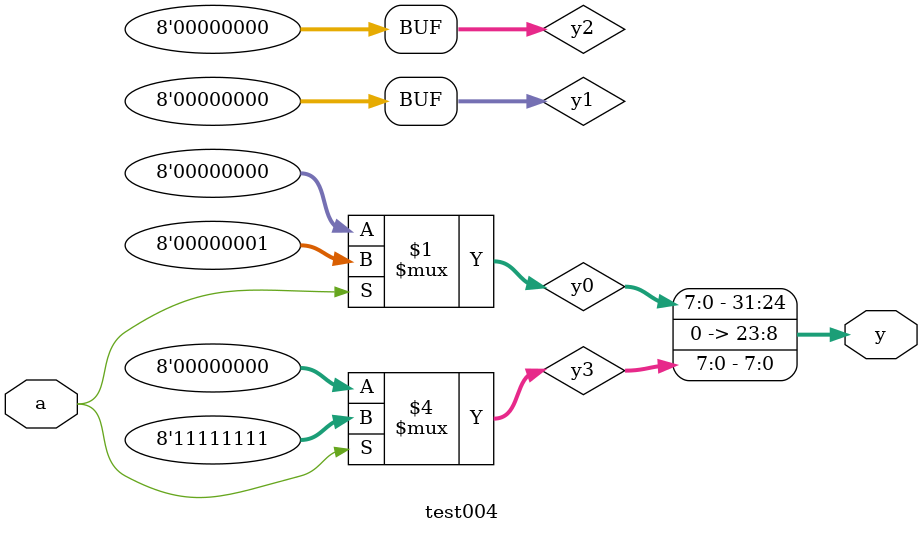
<source format=v>

module t (/*AUTOARG*/
   // Inputs
   clk
   );
   input clk;

   integer      cyc = 0;

   wire [31:0] y;
   reg         a;
   test004 sub (/*AUTOINST*/
                // Outputs
                .y                      (y[31:0]),
                // Inputs
                .a                      (a));

   // Test loop
   always @ (posedge clk) begin
`ifdef TEST_VERBOSE
      $write("[%0t] cyc==%0d a=%x y=%x\n", $time, cyc, a, y);
`endif
      cyc <= cyc + 1;
      if (cyc==0) begin
         a <= 0;
      end
      else if (cyc==1) begin
         a <= 1;
         if (y != 32'h0) $stop;
      end
      else if (cyc==2) begin
         if (y != 32'h010000ff) $stop;
      end
      else if (cyc==99) begin
         $write("*-* All Finished *-*\n");
         $finish;
      end
   end

endmodule

module test004(a, y);
  input a;
  output [31:0] y;

  wire [7:0] y0;
  wire [7:0] y1;
  wire [7:0] y2;
  wire [7:0] y3;
  assign y = {y0,y1,y2,y3};

  localparam [7:0] v0 = +8'sd1 ** -8'sd2; //'h01
  localparam [7:0] v1 = +8'sd2 ** -8'sd2; //'h00
  localparam [7:0] v2 = -8'sd2 ** -8'sd3; //'h00
  localparam [7:0] v3 = -8'sd1 ** -8'sd3; //'hff
  localparam [7:0] zero = 0;

   initial $display("v0=%x v1=%x v2=%x v3=%x", v0,v1,v2,v3);

  assign y0 = a ? v0 : zero;
  assign y1 = a ? v1 : zero;
  assign y2 = a ? v2 : zero;
  assign y3 = a ? v3 : zero;
endmodule

</source>
